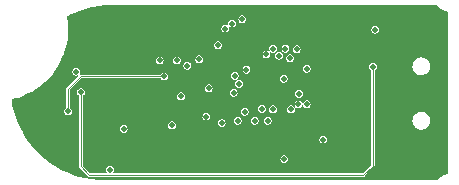
<source format=gbr>
%TF.GenerationSoftware,KiCad,Pcbnew,(6.0.8)*%
%TF.CreationDate,2022-10-18T11:45:21-07:00*%
%TF.ProjectId,ovrdrive,6f767264-7269-4766-952e-6b696361645f,rev?*%
%TF.SameCoordinates,Original*%
%TF.FileFunction,Copper,L3,Inr*%
%TF.FilePolarity,Positive*%
%FSLAX46Y46*%
G04 Gerber Fmt 4.6, Leading zero omitted, Abs format (unit mm)*
G04 Created by KiCad (PCBNEW (6.0.8)) date 2022-10-18 11:45:21*
%MOMM*%
%LPD*%
G01*
G04 APERTURE LIST*
%TA.AperFunction,ComponentPad*%
%ADD10O,3.500000X1.900000*%
%TD*%
%TA.AperFunction,ViaPad*%
%ADD11C,0.460000*%
%TD*%
%TA.AperFunction,Conductor*%
%ADD12C,0.100000*%
%TD*%
G04 APERTURE END LIST*
D10*
%TO.N,GND*%
%TO.C,J1*%
X142100000Y-98500000D03*
X142100000Y-109900000D03*
%TD*%
D11*
%TO.N,GND*%
X126950000Y-97150000D03*
X110050000Y-106100000D03*
X139750000Y-110950000D03*
X136500000Y-108600000D03*
X135500000Y-97050000D03*
X132350000Y-101200000D03*
X132150000Y-103600000D03*
X122550000Y-105950000D03*
X118700000Y-99150000D03*
X114050000Y-109700000D03*
X114400000Y-106600000D03*
%TO.N,+1V8*%
X131750000Y-104220000D03*
X127300000Y-102200000D03*
X128600000Y-105500000D03*
X131000000Y-101200000D03*
%TO.N,Net-(JP1-Pad2)*%
X130500000Y-109750000D03*
%TO.N,/INHIBIT*%
X112200000Y-105700000D03*
X120350000Y-102750000D03*
%TO.N,/RB1*%
X131550000Y-100450000D03*
%TO.N,/RB0*%
X130050000Y-101010000D03*
%TO.N,/~{CE1}*%
X130450000Y-102950000D03*
%TO.N,/DQS*%
X129550000Y-105540500D03*
%TO.N,/~{CE3}*%
X131050000Y-105540500D03*
%TO.N,/~{CE2}*%
X131700000Y-105100000D03*
%TO.N,/~{RE}*%
X129550000Y-100400000D03*
%TO.N,/~{CE}*%
X119950000Y-101400000D03*
X128991864Y-100879856D03*
%TO.N,/~{WP}*%
X123900000Y-106150000D03*
%TO.N,/~{WE}*%
X125200000Y-106700000D03*
%TO.N,/ALE*%
X126550000Y-106500000D03*
%TO.N,/CLE*%
X127150000Y-105740500D03*
%TO.N,Net-(U2-Pad9)*%
X122300000Y-101850000D03*
%TO.N,+3.3V*%
X128000000Y-106500000D03*
X121400000Y-101400000D03*
X130600000Y-100400000D03*
X126300000Y-102700000D03*
X132400000Y-102100000D03*
X129100000Y-106500000D03*
X123300000Y-101304500D03*
X132400000Y-105100000D03*
%TO.N,GND*%
X132500000Y-109000000D03*
X131000000Y-110600000D03*
%TO.N,+5V*%
X116895500Y-107200000D03*
X115750000Y-110650000D03*
X138200000Y-98800000D03*
X121000000Y-106900000D03*
X133800000Y-108095500D03*
%TO.N,/Distruct_PWM*%
X113279500Y-104100000D03*
X138000000Y-101950000D03*
%TO.N,/KILL*%
X112900000Y-102350000D03*
%TO.N,/FD7*%
X126950000Y-97900000D03*
%TO.N,/FD6*%
X126072701Y-98279500D03*
%TO.N,/FD5*%
X125500000Y-98700000D03*
%TO.N,/FD4*%
X124900000Y-100100000D03*
%TO.N,/FD3*%
X126677375Y-103384648D03*
%TO.N,/FD2*%
X124104500Y-103764148D03*
%TO.N,/FD1*%
X121770207Y-104429793D03*
%TO.N,/FD0*%
X126204500Y-104150000D03*
%TD*%
D12*
%TO.N,/INHIBIT*%
X112200000Y-103800000D02*
X112200000Y-105700000D01*
X113250000Y-102750000D02*
X112200000Y-103800000D01*
X120350000Y-102750000D02*
X113250000Y-102750000D01*
%TO.N,/Distruct_PWM*%
X114000000Y-111100000D02*
X124650000Y-111100000D01*
X113279500Y-110379500D02*
X114000000Y-111100000D01*
X137200000Y-111100000D02*
X138000000Y-110300000D01*
X124650000Y-111100000D02*
X137200000Y-111100000D01*
X113279500Y-104100000D02*
X113279500Y-110379500D01*
X138000000Y-110300000D02*
X138000000Y-101950000D01*
%TD*%
%TA.AperFunction,Conductor*%
%TO.N,GND*%
G36*
X143451717Y-96738710D02*
G01*
X143572711Y-96860679D01*
X143760559Y-97005601D01*
X143761960Y-97006412D01*
X143949016Y-97114710D01*
X143965882Y-97124475D01*
X143967364Y-97125088D01*
X143967369Y-97125091D01*
X144183599Y-97214607D01*
X144183606Y-97214609D01*
X144185093Y-97215225D01*
X144186656Y-97215641D01*
X144297569Y-97245170D01*
X144327359Y-97267953D01*
X144333963Y-97292521D01*
X144333963Y-110954924D01*
X144319611Y-110989572D01*
X144297569Y-111002275D01*
X144267317Y-111010329D01*
X144185095Y-111032219D01*
X144183599Y-111032838D01*
X144183597Y-111032839D01*
X144078107Y-111076508D01*
X143965885Y-111122964D01*
X143760562Y-111241833D01*
X143572713Y-111386749D01*
X143571578Y-111387893D01*
X143571577Y-111387894D01*
X143451702Y-111508729D01*
X143416916Y-111523219D01*
X115307538Y-111523219D01*
X115292762Y-111520938D01*
X115291029Y-111520390D01*
X115291028Y-111520390D01*
X115283630Y-111518050D01*
X115276269Y-111520506D01*
X115274694Y-111520518D01*
X115260652Y-111522605D01*
X114738980Y-111508640D01*
X114735610Y-111508433D01*
X114194885Y-111456380D01*
X114191525Y-111455938D01*
X113655715Y-111366619D01*
X113652416Y-111365952D01*
X113124047Y-111239791D01*
X113120806Y-111238898D01*
X112602428Y-111076503D01*
X112599255Y-111075388D01*
X112093359Y-110877539D01*
X112090249Y-110876197D01*
X112075052Y-110869005D01*
X111599251Y-110643841D01*
X111596240Y-110642287D01*
X111122470Y-110376527D01*
X111119590Y-110374776D01*
X110665343Y-110076897D01*
X110662605Y-110074964D01*
X110230021Y-109746368D01*
X110227407Y-109744236D01*
X109818611Y-109386540D01*
X109816138Y-109384221D01*
X109789978Y-109357922D01*
X109433047Y-108999103D01*
X109430741Y-108996618D01*
X109075206Y-108585939D01*
X109073077Y-108583300D01*
X108746800Y-108149031D01*
X108744858Y-108146252D01*
X108449376Y-107690433D01*
X108447632Y-107687526D01*
X108338549Y-107490636D01*
X108184388Y-107212383D01*
X108182853Y-107209371D01*
X108182632Y-107208896D01*
X107953093Y-106717156D01*
X107951766Y-106714036D01*
X107756594Y-106207114D01*
X107755486Y-106203910D01*
X107600539Y-105700000D01*
X111864402Y-105700000D01*
X111884641Y-105814781D01*
X111886784Y-105818492D01*
X111886784Y-105818493D01*
X111894930Y-105832602D01*
X111942917Y-105915718D01*
X112032201Y-105990636D01*
X112036227Y-105992101D01*
X112036228Y-105992102D01*
X112097897Y-106014548D01*
X112141724Y-106030500D01*
X112258276Y-106030500D01*
X112302103Y-106014548D01*
X112363772Y-105992102D01*
X112363773Y-105992101D01*
X112367799Y-105990636D01*
X112457083Y-105915718D01*
X112505070Y-105832602D01*
X112513216Y-105818493D01*
X112513216Y-105818492D01*
X112515359Y-105814781D01*
X112535598Y-105700000D01*
X112515359Y-105585219D01*
X112457083Y-105484282D01*
X112368003Y-105409535D01*
X112350686Y-105376270D01*
X112350500Y-105371999D01*
X112350500Y-104100000D01*
X112943902Y-104100000D01*
X112964141Y-104214781D01*
X113022417Y-104315718D01*
X113077579Y-104362004D01*
X113111497Y-104390465D01*
X113128814Y-104423730D01*
X113129000Y-104428001D01*
X113129000Y-110419827D01*
X113132226Y-110425414D01*
X113136031Y-110432005D01*
X113140926Y-110443822D01*
X113144565Y-110457404D01*
X113201595Y-110514435D01*
X113201597Y-110514436D01*
X113922096Y-111234935D01*
X113928328Y-111236605D01*
X113935677Y-111238574D01*
X113947495Y-111243469D01*
X113954086Y-111247275D01*
X113954088Y-111247276D01*
X113959673Y-111250500D01*
X114040264Y-111250501D01*
X114040326Y-111250501D01*
X114040328Y-111250500D01*
X137240327Y-111250500D01*
X137252505Y-111243469D01*
X137264323Y-111238574D01*
X137277904Y-111234935D01*
X137334935Y-111177905D01*
X137334936Y-111177903D01*
X138134935Y-110377904D01*
X138138574Y-110364322D01*
X138143469Y-110352505D01*
X138147275Y-110345914D01*
X138147276Y-110345912D01*
X138150500Y-110340327D01*
X138150501Y-110259674D01*
X138150500Y-110259672D01*
X138150500Y-106540862D01*
X141345497Y-106540862D01*
X141375134Y-106713340D01*
X141376249Y-106715960D01*
X141376250Y-106715964D01*
X141408647Y-106792102D01*
X141443654Y-106874373D01*
X141547383Y-107015324D01*
X141549551Y-107017166D01*
X141549553Y-107017168D01*
X141634621Y-107089438D01*
X141680755Y-107128632D01*
X141836616Y-107208219D01*
X141839384Y-107208896D01*
X141839383Y-107208896D01*
X142004487Y-107249297D01*
X142004493Y-107249298D01*
X142006606Y-107249815D01*
X142017648Y-107250500D01*
X142143822Y-107250500D01*
X142273828Y-107235343D01*
X142438331Y-107175631D01*
X142440708Y-107174072D01*
X142440711Y-107174071D01*
X142491613Y-107140698D01*
X142584685Y-107079677D01*
X142669035Y-106990636D01*
X142703082Y-106954695D01*
X142705040Y-106952628D01*
X142726479Y-106915718D01*
X142791508Y-106803763D01*
X142791510Y-106803758D01*
X142792939Y-106801298D01*
X142819579Y-106713340D01*
X142842842Y-106636532D01*
X142842842Y-106636529D01*
X142843667Y-106633807D01*
X142854503Y-106459138D01*
X142824866Y-106286660D01*
X142823751Y-106284040D01*
X142823750Y-106284036D01*
X142757462Y-106128250D01*
X142756346Y-106125627D01*
X142652617Y-105984676D01*
X142650449Y-105982834D01*
X142650447Y-105982832D01*
X142521412Y-105873209D01*
X142519245Y-105871368D01*
X142515652Y-105869533D01*
X142479478Y-105851062D01*
X142363384Y-105791781D01*
X142339317Y-105785892D01*
X142195513Y-105750703D01*
X142195507Y-105750702D01*
X142193394Y-105750185D01*
X142182352Y-105749500D01*
X142056178Y-105749500D01*
X141926172Y-105764657D01*
X141761669Y-105824369D01*
X141759292Y-105825928D01*
X141759289Y-105825929D01*
X141720955Y-105851062D01*
X141615315Y-105920323D01*
X141598573Y-105937996D01*
X141510341Y-106031136D01*
X141494960Y-106047372D01*
X141493530Y-106049834D01*
X141408492Y-106196237D01*
X141408490Y-106196242D01*
X141407061Y-106198702D01*
X141406235Y-106201431D01*
X141406234Y-106201432D01*
X141357602Y-106362004D01*
X141356333Y-106366193D01*
X141345497Y-106540862D01*
X138150500Y-106540862D01*
X138150500Y-102278001D01*
X138164852Y-102243353D01*
X138168003Y-102240465D01*
X138211199Y-102204219D01*
X138257083Y-102165718D01*
X138315359Y-102064781D01*
X138335598Y-101950000D01*
X138333987Y-101940862D01*
X141345497Y-101940862D01*
X141375134Y-102113340D01*
X141376249Y-102115960D01*
X141376250Y-102115964D01*
X141403711Y-102180500D01*
X141443654Y-102274373D01*
X141547383Y-102415324D01*
X141549551Y-102417166D01*
X141549553Y-102417168D01*
X141628552Y-102484282D01*
X141680755Y-102528632D01*
X141683284Y-102529924D01*
X141683285Y-102529924D01*
X141687192Y-102531919D01*
X141836616Y-102608219D01*
X141860683Y-102614108D01*
X142004487Y-102649297D01*
X142004493Y-102649298D01*
X142006606Y-102649815D01*
X142017648Y-102650500D01*
X142143822Y-102650500D01*
X142273828Y-102635343D01*
X142438331Y-102575631D01*
X142440708Y-102574072D01*
X142440711Y-102574071D01*
X142507301Y-102530412D01*
X142584685Y-102479677D01*
X142705040Y-102352628D01*
X142748387Y-102278001D01*
X142791508Y-102203763D01*
X142791510Y-102203758D01*
X142792939Y-102201298D01*
X142799238Y-102180500D01*
X142842842Y-102036532D01*
X142842842Y-102036529D01*
X142843667Y-102033807D01*
X142854503Y-101859138D01*
X142824866Y-101686660D01*
X142823751Y-101684040D01*
X142823750Y-101684036D01*
X142757462Y-101528250D01*
X142756346Y-101525627D01*
X142652617Y-101384676D01*
X142650449Y-101382834D01*
X142650447Y-101382832D01*
X142521412Y-101273209D01*
X142519245Y-101271368D01*
X142363384Y-101191781D01*
X142282374Y-101171958D01*
X142195513Y-101150703D01*
X142195507Y-101150702D01*
X142193394Y-101150185D01*
X142182352Y-101149500D01*
X142056178Y-101149500D01*
X141926172Y-101164657D01*
X141761669Y-101224369D01*
X141759292Y-101225928D01*
X141759289Y-101225929D01*
X141708387Y-101259302D01*
X141615315Y-101320323D01*
X141613357Y-101322390D01*
X141518055Y-101422993D01*
X141494960Y-101447372D01*
X141493530Y-101449834D01*
X141408492Y-101596237D01*
X141408490Y-101596242D01*
X141407061Y-101598702D01*
X141406235Y-101601431D01*
X141406234Y-101601432D01*
X141363591Y-101742230D01*
X141356333Y-101766193D01*
X141345497Y-101940862D01*
X138333987Y-101940862D01*
X138315359Y-101835219D01*
X138257083Y-101734282D01*
X138167799Y-101659364D01*
X138163773Y-101657899D01*
X138163772Y-101657898D01*
X138062306Y-101620967D01*
X138062307Y-101620967D01*
X138058276Y-101619500D01*
X137941724Y-101619500D01*
X137937693Y-101620967D01*
X137937694Y-101620967D01*
X137836228Y-101657898D01*
X137836227Y-101657899D01*
X137832201Y-101659364D01*
X137742917Y-101734282D01*
X137684641Y-101835219D01*
X137664402Y-101950000D01*
X137684641Y-102064781D01*
X137742917Y-102165718D01*
X137788801Y-102204219D01*
X137831997Y-102240465D01*
X137849314Y-102273730D01*
X137849500Y-102278001D01*
X137849500Y-110217365D01*
X137835148Y-110252013D01*
X137152013Y-110935148D01*
X137117365Y-110949500D01*
X116040891Y-110949500D01*
X116006243Y-110935148D01*
X115991891Y-110900500D01*
X116003354Y-110869005D01*
X116003802Y-110868471D01*
X116007083Y-110865718D01*
X116065359Y-110764781D01*
X116085598Y-110650000D01*
X116065359Y-110535219D01*
X116007083Y-110434282D01*
X115917799Y-110359364D01*
X115913773Y-110357899D01*
X115913772Y-110357898D01*
X115812306Y-110320967D01*
X115812307Y-110320967D01*
X115808276Y-110319500D01*
X115691724Y-110319500D01*
X115687693Y-110320967D01*
X115687694Y-110320967D01*
X115586228Y-110357898D01*
X115586227Y-110357899D01*
X115582201Y-110359364D01*
X115492917Y-110434282D01*
X115434641Y-110535219D01*
X115414402Y-110650000D01*
X115434641Y-110764781D01*
X115492917Y-110865718D01*
X115496198Y-110868471D01*
X115496646Y-110869005D01*
X115507922Y-110904772D01*
X115490604Y-110938037D01*
X115459109Y-110949500D01*
X114082635Y-110949500D01*
X114047987Y-110935148D01*
X113444352Y-110331513D01*
X113430000Y-110296865D01*
X113430000Y-109750000D01*
X130164402Y-109750000D01*
X130184641Y-109864781D01*
X130242917Y-109965718D01*
X130332201Y-110040636D01*
X130336227Y-110042101D01*
X130336228Y-110042102D01*
X130392435Y-110062560D01*
X130441724Y-110080500D01*
X130558276Y-110080500D01*
X130607565Y-110062560D01*
X130663772Y-110042102D01*
X130663773Y-110042101D01*
X130667799Y-110040636D01*
X130757083Y-109965718D01*
X130815359Y-109864781D01*
X130835598Y-109750000D01*
X130815359Y-109635219D01*
X130757083Y-109534282D01*
X130667799Y-109459364D01*
X130663773Y-109457899D01*
X130663772Y-109457898D01*
X130562306Y-109420967D01*
X130562307Y-109420967D01*
X130558276Y-109419500D01*
X130441724Y-109419500D01*
X130437693Y-109420967D01*
X130437694Y-109420967D01*
X130336228Y-109457898D01*
X130336227Y-109457899D01*
X130332201Y-109459364D01*
X130242917Y-109534282D01*
X130184641Y-109635219D01*
X130164402Y-109750000D01*
X113430000Y-109750000D01*
X113430000Y-108095500D01*
X133464402Y-108095500D01*
X133484641Y-108210281D01*
X133542917Y-108311218D01*
X133632201Y-108386136D01*
X133636227Y-108387601D01*
X133636228Y-108387602D01*
X133697897Y-108410048D01*
X133741724Y-108426000D01*
X133858276Y-108426000D01*
X133902103Y-108410048D01*
X133963772Y-108387602D01*
X133963773Y-108387601D01*
X133967799Y-108386136D01*
X134057083Y-108311218D01*
X134115359Y-108210281D01*
X134135598Y-108095500D01*
X134115359Y-107980719D01*
X134057083Y-107879782D01*
X133967799Y-107804864D01*
X133963773Y-107803399D01*
X133963772Y-107803398D01*
X133862306Y-107766467D01*
X133862307Y-107766467D01*
X133858276Y-107765000D01*
X133741724Y-107765000D01*
X133737693Y-107766467D01*
X133737694Y-107766467D01*
X133636228Y-107803398D01*
X133636227Y-107803399D01*
X133632201Y-107804864D01*
X133542917Y-107879782D01*
X133484641Y-107980719D01*
X133464402Y-108095500D01*
X113430000Y-108095500D01*
X113430000Y-107200000D01*
X116559902Y-107200000D01*
X116580141Y-107314781D01*
X116638417Y-107415718D01*
X116727701Y-107490636D01*
X116731727Y-107492101D01*
X116731728Y-107492102D01*
X116793397Y-107514548D01*
X116837224Y-107530500D01*
X116953776Y-107530500D01*
X116997603Y-107514548D01*
X117059272Y-107492102D01*
X117059273Y-107492101D01*
X117063299Y-107490636D01*
X117152583Y-107415718D01*
X117210859Y-107314781D01*
X117231098Y-107200000D01*
X117210859Y-107085219D01*
X117152583Y-106984282D01*
X117063299Y-106909364D01*
X117059273Y-106907899D01*
X117059272Y-106907898D01*
X117037573Y-106900000D01*
X120664402Y-106900000D01*
X120684641Y-107014781D01*
X120742917Y-107115718D01*
X120832201Y-107190636D01*
X120836227Y-107192101D01*
X120836228Y-107192102D01*
X120869519Y-107204219D01*
X120941724Y-107230500D01*
X121058276Y-107230500D01*
X121130481Y-107204219D01*
X121163772Y-107192102D01*
X121163773Y-107192101D01*
X121167799Y-107190636D01*
X121257083Y-107115718D01*
X121315359Y-107014781D01*
X121335598Y-106900000D01*
X121315359Y-106785219D01*
X121266158Y-106700000D01*
X124864402Y-106700000D01*
X124884641Y-106814781D01*
X124942917Y-106915718D01*
X125032201Y-106990636D01*
X125036227Y-106992101D01*
X125036228Y-106992102D01*
X125086946Y-107010562D01*
X125141724Y-107030500D01*
X125258276Y-107030500D01*
X125313054Y-107010562D01*
X125363772Y-106992102D01*
X125363773Y-106992101D01*
X125367799Y-106990636D01*
X125457083Y-106915718D01*
X125515359Y-106814781D01*
X125535598Y-106700000D01*
X125515359Y-106585219D01*
X125466158Y-106500000D01*
X126214402Y-106500000D01*
X126234641Y-106614781D01*
X126292917Y-106715718D01*
X126382201Y-106790636D01*
X126386227Y-106792101D01*
X126386228Y-106792102D01*
X126411494Y-106801298D01*
X126491724Y-106830500D01*
X126608276Y-106830500D01*
X126688506Y-106801298D01*
X126713772Y-106792102D01*
X126713773Y-106792101D01*
X126717799Y-106790636D01*
X126807083Y-106715718D01*
X126865359Y-106614781D01*
X126885598Y-106500000D01*
X127664402Y-106500000D01*
X127684641Y-106614781D01*
X127742917Y-106715718D01*
X127832201Y-106790636D01*
X127836227Y-106792101D01*
X127836228Y-106792102D01*
X127861494Y-106801298D01*
X127941724Y-106830500D01*
X128058276Y-106830500D01*
X128138506Y-106801298D01*
X128163772Y-106792102D01*
X128163773Y-106792101D01*
X128167799Y-106790636D01*
X128257083Y-106715718D01*
X128315359Y-106614781D01*
X128335598Y-106500000D01*
X128764402Y-106500000D01*
X128784641Y-106614781D01*
X128842917Y-106715718D01*
X128932201Y-106790636D01*
X128936227Y-106792101D01*
X128936228Y-106792102D01*
X128961494Y-106801298D01*
X129041724Y-106830500D01*
X129158276Y-106830500D01*
X129238506Y-106801298D01*
X129263772Y-106792102D01*
X129263773Y-106792101D01*
X129267799Y-106790636D01*
X129357083Y-106715718D01*
X129415359Y-106614781D01*
X129435598Y-106500000D01*
X129415359Y-106385219D01*
X129357083Y-106284282D01*
X129267799Y-106209364D01*
X129263773Y-106207899D01*
X129263772Y-106207898D01*
X129162306Y-106170967D01*
X129162307Y-106170967D01*
X129158276Y-106169500D01*
X129041724Y-106169500D01*
X129037693Y-106170967D01*
X129037694Y-106170967D01*
X128936228Y-106207898D01*
X128936227Y-106207899D01*
X128932201Y-106209364D01*
X128842917Y-106284282D01*
X128784641Y-106385219D01*
X128764402Y-106500000D01*
X128335598Y-106500000D01*
X128315359Y-106385219D01*
X128257083Y-106284282D01*
X128167799Y-106209364D01*
X128163773Y-106207899D01*
X128163772Y-106207898D01*
X128062306Y-106170967D01*
X128062307Y-106170967D01*
X128058276Y-106169500D01*
X127941724Y-106169500D01*
X127937693Y-106170967D01*
X127937694Y-106170967D01*
X127836228Y-106207898D01*
X127836227Y-106207899D01*
X127832201Y-106209364D01*
X127742917Y-106284282D01*
X127684641Y-106385219D01*
X127664402Y-106500000D01*
X126885598Y-106500000D01*
X126865359Y-106385219D01*
X126807083Y-106284282D01*
X126717799Y-106209364D01*
X126713773Y-106207899D01*
X126713772Y-106207898D01*
X126612306Y-106170967D01*
X126612307Y-106170967D01*
X126608276Y-106169500D01*
X126491724Y-106169500D01*
X126487693Y-106170967D01*
X126487694Y-106170967D01*
X126386228Y-106207898D01*
X126386227Y-106207899D01*
X126382201Y-106209364D01*
X126292917Y-106284282D01*
X126234641Y-106385219D01*
X126214402Y-106500000D01*
X125466158Y-106500000D01*
X125457083Y-106484282D01*
X125367799Y-106409364D01*
X125363773Y-106407899D01*
X125363772Y-106407898D01*
X125262306Y-106370967D01*
X125262307Y-106370967D01*
X125258276Y-106369500D01*
X125141724Y-106369500D01*
X125137693Y-106370967D01*
X125137694Y-106370967D01*
X125036228Y-106407898D01*
X125036227Y-106407899D01*
X125032201Y-106409364D01*
X124942917Y-106484282D01*
X124884641Y-106585219D01*
X124864402Y-106700000D01*
X121266158Y-106700000D01*
X121257083Y-106684282D01*
X121167799Y-106609364D01*
X121163773Y-106607899D01*
X121163772Y-106607898D01*
X121062306Y-106570967D01*
X121062307Y-106570967D01*
X121058276Y-106569500D01*
X120941724Y-106569500D01*
X120937693Y-106570967D01*
X120937694Y-106570967D01*
X120836228Y-106607898D01*
X120836227Y-106607899D01*
X120832201Y-106609364D01*
X120742917Y-106684282D01*
X120684641Y-106785219D01*
X120664402Y-106900000D01*
X117037573Y-106900000D01*
X116967164Y-106874373D01*
X116953776Y-106869500D01*
X116837224Y-106869500D01*
X116823836Y-106874373D01*
X116731728Y-106907898D01*
X116731727Y-106907899D01*
X116727701Y-106909364D01*
X116638417Y-106984282D01*
X116580141Y-107085219D01*
X116559902Y-107200000D01*
X113430000Y-107200000D01*
X113430000Y-106150000D01*
X123564402Y-106150000D01*
X123584641Y-106264781D01*
X123642917Y-106365718D01*
X123732201Y-106440636D01*
X123736227Y-106442101D01*
X123736228Y-106442102D01*
X123775327Y-106456333D01*
X123841724Y-106480500D01*
X123958276Y-106480500D01*
X124024673Y-106456333D01*
X124063772Y-106442102D01*
X124063773Y-106442101D01*
X124067799Y-106440636D01*
X124157083Y-106365718D01*
X124215359Y-106264781D01*
X124235598Y-106150000D01*
X124221668Y-106071000D01*
X124216103Y-106039438D01*
X124215359Y-106035219D01*
X124212635Y-106030500D01*
X124159227Y-105937996D01*
X124157083Y-105934282D01*
X124067799Y-105859364D01*
X124063773Y-105857899D01*
X124063772Y-105857898D01*
X123990245Y-105831136D01*
X123958276Y-105819500D01*
X123841724Y-105819500D01*
X123809755Y-105831136D01*
X123736228Y-105857898D01*
X123736227Y-105857899D01*
X123732201Y-105859364D01*
X123642917Y-105934282D01*
X123640773Y-105937996D01*
X123587366Y-106030500D01*
X123584641Y-106035219D01*
X123583897Y-106039438D01*
X123578332Y-106071000D01*
X123564402Y-106150000D01*
X113430000Y-106150000D01*
X113430000Y-105740500D01*
X126814402Y-105740500D01*
X126818603Y-105764327D01*
X126828591Y-105820967D01*
X126834641Y-105855281D01*
X126892917Y-105956218D01*
X126982201Y-106031136D01*
X126986227Y-106032601D01*
X126986228Y-106032602D01*
X127005010Y-106039438D01*
X127091724Y-106071000D01*
X127208276Y-106071000D01*
X127294990Y-106039438D01*
X127313772Y-106032602D01*
X127313773Y-106032601D01*
X127317799Y-106031136D01*
X127407083Y-105956218D01*
X127465359Y-105855281D01*
X127471410Y-105820967D01*
X127481397Y-105764327D01*
X127485598Y-105740500D01*
X127465359Y-105625719D01*
X127407083Y-105524782D01*
X127377549Y-105500000D01*
X128264402Y-105500000D01*
X128284641Y-105614781D01*
X128342917Y-105715718D01*
X128432201Y-105790636D01*
X128436227Y-105792101D01*
X128436228Y-105792102D01*
X128438907Y-105793077D01*
X128541724Y-105830500D01*
X128658276Y-105830500D01*
X128761093Y-105793077D01*
X128763772Y-105792102D01*
X128763773Y-105792101D01*
X128767799Y-105790636D01*
X128857083Y-105715718D01*
X128915359Y-105614781D01*
X128928457Y-105540500D01*
X129214402Y-105540500D01*
X129234641Y-105655281D01*
X129292917Y-105756218D01*
X129382201Y-105831136D01*
X129386227Y-105832601D01*
X129386228Y-105832602D01*
X129436946Y-105851062D01*
X129491724Y-105871000D01*
X129608276Y-105871000D01*
X129663054Y-105851062D01*
X129713772Y-105832602D01*
X129713773Y-105832601D01*
X129717799Y-105831136D01*
X129807083Y-105756218D01*
X129865359Y-105655281D01*
X129885598Y-105540500D01*
X130714402Y-105540500D01*
X130734641Y-105655281D01*
X130792917Y-105756218D01*
X130882201Y-105831136D01*
X130886227Y-105832601D01*
X130886228Y-105832602D01*
X130936946Y-105851062D01*
X130991724Y-105871000D01*
X131108276Y-105871000D01*
X131163054Y-105851062D01*
X131213772Y-105832602D01*
X131213773Y-105832601D01*
X131217799Y-105831136D01*
X131307083Y-105756218D01*
X131365359Y-105655281D01*
X131385598Y-105540500D01*
X131365359Y-105425719D01*
X131355917Y-105409364D01*
X131309227Y-105328496D01*
X131307083Y-105324782D01*
X131217799Y-105249864D01*
X131213773Y-105248399D01*
X131213772Y-105248398D01*
X131121411Y-105214781D01*
X131108276Y-105210000D01*
X130991724Y-105210000D01*
X130978589Y-105214781D01*
X130886228Y-105248398D01*
X130886227Y-105248399D01*
X130882201Y-105249864D01*
X130792917Y-105324782D01*
X130790773Y-105328496D01*
X130744084Y-105409364D01*
X130734641Y-105425719D01*
X130714402Y-105540500D01*
X129885598Y-105540500D01*
X129865359Y-105425719D01*
X129855917Y-105409364D01*
X129809227Y-105328496D01*
X129807083Y-105324782D01*
X129717799Y-105249864D01*
X129713773Y-105248399D01*
X129713772Y-105248398D01*
X129621411Y-105214781D01*
X129608276Y-105210000D01*
X129491724Y-105210000D01*
X129478589Y-105214781D01*
X129386228Y-105248398D01*
X129386227Y-105248399D01*
X129382201Y-105249864D01*
X129292917Y-105324782D01*
X129290773Y-105328496D01*
X129244084Y-105409364D01*
X129234641Y-105425719D01*
X129214402Y-105540500D01*
X128928457Y-105540500D01*
X128935598Y-105500000D01*
X128915359Y-105385219D01*
X128907727Y-105371999D01*
X128880466Y-105324782D01*
X128857083Y-105284282D01*
X128767799Y-105209364D01*
X128763773Y-105207899D01*
X128763772Y-105207898D01*
X128662306Y-105170967D01*
X128662307Y-105170967D01*
X128658276Y-105169500D01*
X128541724Y-105169500D01*
X128537693Y-105170967D01*
X128537694Y-105170967D01*
X128436228Y-105207898D01*
X128436227Y-105207899D01*
X128432201Y-105209364D01*
X128342917Y-105284282D01*
X128319534Y-105324782D01*
X128292274Y-105371999D01*
X128284641Y-105385219D01*
X128264402Y-105500000D01*
X127377549Y-105500000D01*
X127317799Y-105449864D01*
X127313773Y-105448399D01*
X127313772Y-105448398D01*
X127212306Y-105411467D01*
X127212307Y-105411467D01*
X127208276Y-105410000D01*
X127091724Y-105410000D01*
X127087693Y-105411467D01*
X127087694Y-105411467D01*
X126986228Y-105448398D01*
X126986227Y-105448399D01*
X126982201Y-105449864D01*
X126892917Y-105524782D01*
X126834641Y-105625719D01*
X126814402Y-105740500D01*
X113430000Y-105740500D01*
X113430000Y-105100000D01*
X131364402Y-105100000D01*
X131384641Y-105214781D01*
X131442917Y-105315718D01*
X131532201Y-105390636D01*
X131536227Y-105392101D01*
X131536228Y-105392102D01*
X131584124Y-105409535D01*
X131641724Y-105430500D01*
X131758276Y-105430500D01*
X131815876Y-105409535D01*
X131863772Y-105392102D01*
X131863773Y-105392101D01*
X131867799Y-105390636D01*
X131957083Y-105315718D01*
X132007565Y-105228281D01*
X132037318Y-105205451D01*
X132074500Y-105210346D01*
X132092435Y-105228281D01*
X132142917Y-105315718D01*
X132232201Y-105390636D01*
X132236227Y-105392101D01*
X132236228Y-105392102D01*
X132284124Y-105409535D01*
X132341724Y-105430500D01*
X132458276Y-105430500D01*
X132515876Y-105409535D01*
X132563772Y-105392102D01*
X132563773Y-105392101D01*
X132567799Y-105390636D01*
X132657083Y-105315718D01*
X132715359Y-105214781D01*
X132735598Y-105100000D01*
X132715359Y-104985219D01*
X132657083Y-104884282D01*
X132567799Y-104809364D01*
X132563773Y-104807899D01*
X132563772Y-104807898D01*
X132462306Y-104770967D01*
X132462307Y-104770967D01*
X132458276Y-104769500D01*
X132341724Y-104769500D01*
X132337693Y-104770967D01*
X132337694Y-104770967D01*
X132236228Y-104807898D01*
X132236227Y-104807899D01*
X132232201Y-104809364D01*
X132142917Y-104884282D01*
X132140773Y-104887996D01*
X132092435Y-104971719D01*
X132062682Y-104994549D01*
X132025500Y-104989654D01*
X132007565Y-104971719D01*
X131959227Y-104887996D01*
X131957083Y-104884282D01*
X131867799Y-104809364D01*
X131863773Y-104807899D01*
X131863772Y-104807898D01*
X131762306Y-104770967D01*
X131762307Y-104770967D01*
X131758276Y-104769500D01*
X131641724Y-104769500D01*
X131637693Y-104770967D01*
X131637694Y-104770967D01*
X131536228Y-104807898D01*
X131536227Y-104807899D01*
X131532201Y-104809364D01*
X131442917Y-104884282D01*
X131384641Y-104985219D01*
X131364402Y-105100000D01*
X113430000Y-105100000D01*
X113430000Y-104429793D01*
X121434609Y-104429793D01*
X121454848Y-104544574D01*
X121513124Y-104645511D01*
X121602408Y-104720429D01*
X121606434Y-104721894D01*
X121606435Y-104721895D01*
X121668104Y-104744341D01*
X121711931Y-104760293D01*
X121828483Y-104760293D01*
X121872310Y-104744341D01*
X121933979Y-104721895D01*
X121933980Y-104721894D01*
X121938006Y-104720429D01*
X122027290Y-104645511D01*
X122085566Y-104544574D01*
X122105805Y-104429793D01*
X122085566Y-104315012D01*
X122027290Y-104214075D01*
X121950928Y-104150000D01*
X125868902Y-104150000D01*
X125889141Y-104264781D01*
X125947417Y-104365718D01*
X126036701Y-104440636D01*
X126040727Y-104442101D01*
X126040728Y-104442102D01*
X126102397Y-104464548D01*
X126146224Y-104480500D01*
X126262776Y-104480500D01*
X126306603Y-104464548D01*
X126368272Y-104442102D01*
X126368273Y-104442101D01*
X126372299Y-104440636D01*
X126461583Y-104365718D01*
X126519859Y-104264781D01*
X126527755Y-104220000D01*
X131414402Y-104220000D01*
X131434641Y-104334781D01*
X131492917Y-104435718D01*
X131582201Y-104510636D01*
X131586227Y-104512101D01*
X131586228Y-104512102D01*
X131608378Y-104520164D01*
X131691724Y-104550500D01*
X131808276Y-104550500D01*
X131891622Y-104520164D01*
X131913772Y-104512102D01*
X131913773Y-104512101D01*
X131917799Y-104510636D01*
X132007083Y-104435718D01*
X132065359Y-104334781D01*
X132085598Y-104220000D01*
X132065359Y-104105219D01*
X132007083Y-104004282D01*
X131917799Y-103929364D01*
X131913773Y-103927899D01*
X131913772Y-103927898D01*
X131812306Y-103890967D01*
X131812307Y-103890967D01*
X131808276Y-103889500D01*
X131691724Y-103889500D01*
X131687693Y-103890967D01*
X131687694Y-103890967D01*
X131586228Y-103927898D01*
X131586227Y-103927899D01*
X131582201Y-103929364D01*
X131492917Y-104004282D01*
X131434641Y-104105219D01*
X131414402Y-104220000D01*
X126527755Y-104220000D01*
X126540098Y-104150000D01*
X126525341Y-104066307D01*
X126520603Y-104039438D01*
X126519859Y-104035219D01*
X126461583Y-103934282D01*
X126372299Y-103859364D01*
X126368273Y-103857899D01*
X126368272Y-103857898D01*
X126266806Y-103820967D01*
X126266807Y-103820967D01*
X126262776Y-103819500D01*
X126146224Y-103819500D01*
X126142193Y-103820967D01*
X126142194Y-103820967D01*
X126040728Y-103857898D01*
X126040727Y-103857899D01*
X126036701Y-103859364D01*
X125947417Y-103934282D01*
X125889141Y-104035219D01*
X125888397Y-104039438D01*
X125883659Y-104066307D01*
X125868902Y-104150000D01*
X121950928Y-104150000D01*
X121938006Y-104139157D01*
X121933980Y-104137692D01*
X121933979Y-104137691D01*
X121872310Y-104115245D01*
X121828483Y-104099293D01*
X121711931Y-104099293D01*
X121668104Y-104115245D01*
X121606435Y-104137691D01*
X121606434Y-104137692D01*
X121602408Y-104139157D01*
X121513124Y-104214075D01*
X121454848Y-104315012D01*
X121434609Y-104429793D01*
X113430000Y-104429793D01*
X113430000Y-104428001D01*
X113444352Y-104393353D01*
X113447503Y-104390465D01*
X113481421Y-104362004D01*
X113536583Y-104315718D01*
X113594859Y-104214781D01*
X113615098Y-104100000D01*
X113594859Y-103985219D01*
X113591769Y-103979866D01*
X113567595Y-103937996D01*
X113536583Y-103884282D01*
X113447299Y-103809364D01*
X113443273Y-103807899D01*
X113443272Y-103807898D01*
X113341806Y-103770967D01*
X113341807Y-103770967D01*
X113337776Y-103769500D01*
X113221224Y-103769500D01*
X113217193Y-103770967D01*
X113217194Y-103770967D01*
X113115728Y-103807898D01*
X113115727Y-103807899D01*
X113111701Y-103809364D01*
X113022417Y-103884282D01*
X112991405Y-103937996D01*
X112967232Y-103979866D01*
X112964141Y-103985219D01*
X112943902Y-104100000D01*
X112350500Y-104100000D01*
X112350500Y-103882635D01*
X112364852Y-103847987D01*
X112448691Y-103764148D01*
X123768902Y-103764148D01*
X123789141Y-103878929D01*
X123791284Y-103882640D01*
X123791284Y-103882641D01*
X123793600Y-103886653D01*
X123847417Y-103979866D01*
X123936701Y-104054784D01*
X123940727Y-104056249D01*
X123940728Y-104056250D01*
X123968359Y-104066307D01*
X124046224Y-104094648D01*
X124162776Y-104094648D01*
X124240641Y-104066307D01*
X124268272Y-104056250D01*
X124268273Y-104056249D01*
X124272299Y-104054784D01*
X124361583Y-103979866D01*
X124415400Y-103886653D01*
X124417716Y-103882641D01*
X124417716Y-103882640D01*
X124419859Y-103878929D01*
X124440098Y-103764148D01*
X124419859Y-103649367D01*
X124361583Y-103548430D01*
X124272299Y-103473512D01*
X124268273Y-103472047D01*
X124268272Y-103472046D01*
X124166806Y-103435115D01*
X124166807Y-103435115D01*
X124162776Y-103433648D01*
X124046224Y-103433648D01*
X124042193Y-103435115D01*
X124042194Y-103435115D01*
X123940728Y-103472046D01*
X123940727Y-103472047D01*
X123936701Y-103473512D01*
X123847417Y-103548430D01*
X123789141Y-103649367D01*
X123768902Y-103764148D01*
X112448691Y-103764148D01*
X112828191Y-103384648D01*
X126341777Y-103384648D01*
X126362016Y-103499429D01*
X126420292Y-103600366D01*
X126509576Y-103675284D01*
X126513602Y-103676749D01*
X126513603Y-103676750D01*
X126575272Y-103699196D01*
X126619099Y-103715148D01*
X126735651Y-103715148D01*
X126779478Y-103699196D01*
X126841147Y-103676750D01*
X126841148Y-103676749D01*
X126845174Y-103675284D01*
X126934458Y-103600366D01*
X126992734Y-103499429D01*
X127012973Y-103384648D01*
X126992734Y-103269867D01*
X126934458Y-103168930D01*
X126845174Y-103094012D01*
X126841148Y-103092547D01*
X126841147Y-103092546D01*
X126739681Y-103055615D01*
X126739682Y-103055615D01*
X126735651Y-103054148D01*
X126619099Y-103054148D01*
X126615068Y-103055615D01*
X126615069Y-103055615D01*
X126513603Y-103092546D01*
X126513602Y-103092547D01*
X126509576Y-103094012D01*
X126420292Y-103168930D01*
X126362016Y-103269867D01*
X126341777Y-103384648D01*
X112828191Y-103384648D01*
X113297987Y-102914852D01*
X113332635Y-102900500D01*
X120026973Y-102900500D01*
X120061621Y-102914852D01*
X120069408Y-102925000D01*
X120090772Y-102962004D01*
X120090774Y-102962007D01*
X120092917Y-102965718D01*
X120182201Y-103040636D01*
X120186227Y-103042101D01*
X120186228Y-103042102D01*
X120236946Y-103060562D01*
X120291724Y-103080500D01*
X120408276Y-103080500D01*
X120463054Y-103060562D01*
X120513772Y-103042102D01*
X120513773Y-103042101D01*
X120517799Y-103040636D01*
X120607083Y-102965718D01*
X120649430Y-102892371D01*
X120663216Y-102868493D01*
X120663216Y-102868492D01*
X120665359Y-102864781D01*
X120685598Y-102750000D01*
X120676782Y-102700000D01*
X125964402Y-102700000D01*
X125984641Y-102814781D01*
X126042917Y-102915718D01*
X126132201Y-102990636D01*
X126136227Y-102992101D01*
X126136228Y-102992102D01*
X126197897Y-103014548D01*
X126241724Y-103030500D01*
X126358276Y-103030500D01*
X126402103Y-103014548D01*
X126463772Y-102992102D01*
X126463773Y-102992101D01*
X126467799Y-102990636D01*
X126516227Y-102950000D01*
X130114402Y-102950000D01*
X130134641Y-103064781D01*
X130192917Y-103165718D01*
X130282201Y-103240636D01*
X130286227Y-103242101D01*
X130286228Y-103242102D01*
X130347897Y-103264548D01*
X130391724Y-103280500D01*
X130508276Y-103280500D01*
X130552103Y-103264548D01*
X130613772Y-103242102D01*
X130613773Y-103242101D01*
X130617799Y-103240636D01*
X130707083Y-103165718D01*
X130765359Y-103064781D01*
X130785598Y-102950000D01*
X130765359Y-102835219D01*
X130707083Y-102734282D01*
X130617799Y-102659364D01*
X130613773Y-102657899D01*
X130613772Y-102657898D01*
X130512306Y-102620967D01*
X130512307Y-102620967D01*
X130508276Y-102619500D01*
X130391724Y-102619500D01*
X130387693Y-102620967D01*
X130387694Y-102620967D01*
X130286228Y-102657898D01*
X130286227Y-102657899D01*
X130282201Y-102659364D01*
X130192917Y-102734282D01*
X130134641Y-102835219D01*
X130114402Y-102950000D01*
X126516227Y-102950000D01*
X126557083Y-102915718D01*
X126615359Y-102814781D01*
X126635598Y-102700000D01*
X126615359Y-102585219D01*
X126557083Y-102484282D01*
X126467799Y-102409364D01*
X126463773Y-102407899D01*
X126463772Y-102407898D01*
X126362306Y-102370967D01*
X126362307Y-102370967D01*
X126358276Y-102369500D01*
X126241724Y-102369500D01*
X126237693Y-102370967D01*
X126237694Y-102370967D01*
X126136228Y-102407898D01*
X126136227Y-102407899D01*
X126132201Y-102409364D01*
X126042917Y-102484282D01*
X125984641Y-102585219D01*
X125964402Y-102700000D01*
X120676782Y-102700000D01*
X120669358Y-102657898D01*
X120666103Y-102639438D01*
X120665359Y-102635219D01*
X120607083Y-102534282D01*
X120517799Y-102459364D01*
X120513773Y-102457899D01*
X120513772Y-102457898D01*
X120452103Y-102435452D01*
X120408276Y-102419500D01*
X120291724Y-102419500D01*
X120247897Y-102435452D01*
X120186228Y-102457898D01*
X120186227Y-102457899D01*
X120182201Y-102459364D01*
X120092917Y-102534282D01*
X120090774Y-102537993D01*
X120090772Y-102537996D01*
X120069408Y-102575000D01*
X120039655Y-102597830D01*
X120026973Y-102599500D01*
X113222449Y-102599500D01*
X113187801Y-102585148D01*
X113173449Y-102550500D01*
X113180014Y-102526000D01*
X113213216Y-102468493D01*
X113213216Y-102468492D01*
X113215359Y-102464781D01*
X113235598Y-102350000D01*
X113215359Y-102235219D01*
X113195025Y-102200000D01*
X126964402Y-102200000D01*
X126984641Y-102314781D01*
X127042917Y-102415718D01*
X127132201Y-102490636D01*
X127136227Y-102492101D01*
X127136228Y-102492102D01*
X127197897Y-102514548D01*
X127241724Y-102530500D01*
X127358276Y-102530500D01*
X127402103Y-102514548D01*
X127463772Y-102492102D01*
X127463773Y-102492101D01*
X127467799Y-102490636D01*
X127557083Y-102415718D01*
X127615359Y-102314781D01*
X127635598Y-102200000D01*
X127620780Y-102115964D01*
X127617965Y-102100000D01*
X132064402Y-102100000D01*
X132084641Y-102214781D01*
X132142917Y-102315718D01*
X132232201Y-102390636D01*
X132236227Y-102392101D01*
X132236228Y-102392102D01*
X132290908Y-102412004D01*
X132341724Y-102430500D01*
X132458276Y-102430500D01*
X132509092Y-102412004D01*
X132563772Y-102392102D01*
X132563773Y-102392101D01*
X132567799Y-102390636D01*
X132657083Y-102315718D01*
X132715359Y-102214781D01*
X132735598Y-102100000D01*
X132715359Y-101985219D01*
X132657083Y-101884282D01*
X132567799Y-101809364D01*
X132563773Y-101807899D01*
X132563772Y-101807898D01*
X132462306Y-101770967D01*
X132462307Y-101770967D01*
X132458276Y-101769500D01*
X132341724Y-101769500D01*
X132337693Y-101770967D01*
X132337694Y-101770967D01*
X132236228Y-101807898D01*
X132236227Y-101807899D01*
X132232201Y-101809364D01*
X132142917Y-101884282D01*
X132084641Y-101985219D01*
X132064402Y-102100000D01*
X127617965Y-102100000D01*
X127616103Y-102089438D01*
X127615359Y-102085219D01*
X127557083Y-101984282D01*
X127467799Y-101909364D01*
X127463773Y-101907899D01*
X127463772Y-101907898D01*
X127362306Y-101870967D01*
X127362307Y-101870967D01*
X127358276Y-101869500D01*
X127241724Y-101869500D01*
X127237693Y-101870967D01*
X127237694Y-101870967D01*
X127136228Y-101907898D01*
X127136227Y-101907899D01*
X127132201Y-101909364D01*
X127042917Y-101984282D01*
X126984641Y-102085219D01*
X126983897Y-102089438D01*
X126979220Y-102115964D01*
X126964402Y-102200000D01*
X113195025Y-102200000D01*
X113157083Y-102134282D01*
X113067799Y-102059364D01*
X113063773Y-102057899D01*
X113063772Y-102057898D01*
X112993797Y-102032429D01*
X112958276Y-102019500D01*
X112841724Y-102019500D01*
X112806203Y-102032429D01*
X112736228Y-102057898D01*
X112736227Y-102057899D01*
X112732201Y-102059364D01*
X112642917Y-102134282D01*
X112584641Y-102235219D01*
X112564402Y-102350000D01*
X112584641Y-102464781D01*
X112642917Y-102565718D01*
X112732201Y-102640636D01*
X112736227Y-102642101D01*
X112736228Y-102642102D01*
X112791224Y-102662119D01*
X112841724Y-102680500D01*
X112958276Y-102680500D01*
X112962306Y-102679033D01*
X112962307Y-102679033D01*
X112983880Y-102671181D01*
X113021347Y-102672817D01*
X113046684Y-102700467D01*
X113045048Y-102737934D01*
X113035287Y-102751874D01*
X112065065Y-103722096D01*
X112063395Y-103728328D01*
X112061426Y-103735677D01*
X112056531Y-103747495D01*
X112052725Y-103754086D01*
X112052724Y-103754088D01*
X112049500Y-103759673D01*
X112049499Y-103840326D01*
X112049500Y-103840328D01*
X112049500Y-105371999D01*
X112035148Y-105406647D01*
X112031997Y-105409535D01*
X111942917Y-105484282D01*
X111884641Y-105585219D01*
X111864402Y-105700000D01*
X107600539Y-105700000D01*
X107595836Y-105684705D01*
X107594952Y-105681431D01*
X107471587Y-105152426D01*
X107470932Y-105149100D01*
X107406324Y-104748502D01*
X107414976Y-104712011D01*
X107443081Y-104693097D01*
X107766412Y-104614186D01*
X107766423Y-104614183D01*
X107767332Y-104613961D01*
X107955082Y-104552308D01*
X108218191Y-104465909D01*
X108218203Y-104465904D01*
X108219109Y-104465607D01*
X108657970Y-104282541D01*
X109081253Y-104065875D01*
X109103786Y-104052029D01*
X109485584Y-103817416D01*
X109486388Y-103816922D01*
X109492991Y-103812119D01*
X109721231Y-103646084D01*
X109870918Y-103537193D01*
X109910791Y-103503141D01*
X110231781Y-103229010D01*
X110231791Y-103229001D01*
X110232512Y-103228385D01*
X110568974Y-102892371D01*
X110878264Y-102531190D01*
X111158506Y-102147033D01*
X111158992Y-102146244D01*
X111158999Y-102146234D01*
X111341577Y-101850000D01*
X121964402Y-101850000D01*
X121984641Y-101964781D01*
X122042917Y-102065718D01*
X122132201Y-102140636D01*
X122136227Y-102142101D01*
X122136228Y-102142102D01*
X122190908Y-102162004D01*
X122241724Y-102180500D01*
X122358276Y-102180500D01*
X122409092Y-102162004D01*
X122463772Y-102142102D01*
X122463773Y-102142101D01*
X122467799Y-102140636D01*
X122557083Y-102065718D01*
X122615359Y-101964781D01*
X122635598Y-101850000D01*
X122615359Y-101735219D01*
X122612635Y-101730500D01*
X122570718Y-101657898D01*
X122557083Y-101634282D01*
X122467799Y-101559364D01*
X122463773Y-101557899D01*
X122463772Y-101557898D01*
X122402103Y-101535452D01*
X122358276Y-101519500D01*
X122241724Y-101519500D01*
X122197897Y-101535452D01*
X122136228Y-101557898D01*
X122136227Y-101557899D01*
X122132201Y-101559364D01*
X122042917Y-101634282D01*
X122029282Y-101657898D01*
X121987366Y-101730500D01*
X121984641Y-101735219D01*
X121964402Y-101850000D01*
X111341577Y-101850000D01*
X111407500Y-101743040D01*
X111407502Y-101743036D01*
X111407999Y-101742230D01*
X111583754Y-101400000D01*
X119614402Y-101400000D01*
X119634641Y-101514781D01*
X119636784Y-101518492D01*
X119636784Y-101518493D01*
X119637780Y-101520218D01*
X119692917Y-101615718D01*
X119782201Y-101690636D01*
X119786227Y-101692101D01*
X119786228Y-101692102D01*
X119847897Y-101714548D01*
X119891724Y-101730500D01*
X120008276Y-101730500D01*
X120052103Y-101714548D01*
X120113772Y-101692102D01*
X120113773Y-101692101D01*
X120117799Y-101690636D01*
X120207083Y-101615718D01*
X120262220Y-101520218D01*
X120263216Y-101518493D01*
X120263216Y-101518492D01*
X120265359Y-101514781D01*
X120285598Y-101400000D01*
X121064402Y-101400000D01*
X121084641Y-101514781D01*
X121086784Y-101518492D01*
X121086784Y-101518493D01*
X121087780Y-101520218D01*
X121142917Y-101615718D01*
X121232201Y-101690636D01*
X121236227Y-101692101D01*
X121236228Y-101692102D01*
X121297897Y-101714548D01*
X121341724Y-101730500D01*
X121458276Y-101730500D01*
X121502103Y-101714548D01*
X121563772Y-101692102D01*
X121563773Y-101692101D01*
X121567799Y-101690636D01*
X121657083Y-101615718D01*
X121712220Y-101520218D01*
X121713216Y-101518493D01*
X121713216Y-101518492D01*
X121715359Y-101514781D01*
X121735598Y-101400000D01*
X121721507Y-101320086D01*
X121718759Y-101304500D01*
X122964402Y-101304500D01*
X122970491Y-101339033D01*
X122978944Y-101386969D01*
X122984641Y-101419281D01*
X123042917Y-101520218D01*
X123132201Y-101595136D01*
X123136227Y-101596601D01*
X123136228Y-101596602D01*
X123178544Y-101612004D01*
X123241724Y-101635000D01*
X123358276Y-101635000D01*
X123421456Y-101612004D01*
X123463772Y-101596602D01*
X123463773Y-101596601D01*
X123467799Y-101595136D01*
X123557083Y-101520218D01*
X123615359Y-101419281D01*
X123621057Y-101386969D01*
X123629509Y-101339033D01*
X123635598Y-101304500D01*
X123615359Y-101189719D01*
X123557083Y-101088782D01*
X123467799Y-101013864D01*
X123463773Y-101012399D01*
X123463772Y-101012398D01*
X123362306Y-100975467D01*
X123362307Y-100975467D01*
X123358276Y-100974000D01*
X123241724Y-100974000D01*
X123237693Y-100975467D01*
X123237694Y-100975467D01*
X123136228Y-101012398D01*
X123136227Y-101012399D01*
X123132201Y-101013864D01*
X123042917Y-101088782D01*
X122984641Y-101189719D01*
X122964402Y-101304500D01*
X121718759Y-101304500D01*
X121716103Y-101289438D01*
X121715359Y-101285219D01*
X121657083Y-101184282D01*
X121567799Y-101109364D01*
X121563773Y-101107899D01*
X121563772Y-101107898D01*
X121462306Y-101070967D01*
X121462307Y-101070967D01*
X121458276Y-101069500D01*
X121341724Y-101069500D01*
X121337693Y-101070967D01*
X121337694Y-101070967D01*
X121236228Y-101107898D01*
X121236227Y-101107899D01*
X121232201Y-101109364D01*
X121142917Y-101184282D01*
X121084641Y-101285219D01*
X121083897Y-101289438D01*
X121078493Y-101320086D01*
X121064402Y-101400000D01*
X120285598Y-101400000D01*
X120271507Y-101320086D01*
X120266103Y-101289438D01*
X120265359Y-101285219D01*
X120207083Y-101184282D01*
X120117799Y-101109364D01*
X120113773Y-101107899D01*
X120113772Y-101107898D01*
X120012306Y-101070967D01*
X120012307Y-101070967D01*
X120008276Y-101069500D01*
X119891724Y-101069500D01*
X119887693Y-101070967D01*
X119887694Y-101070967D01*
X119786228Y-101107898D01*
X119786227Y-101107899D01*
X119782201Y-101109364D01*
X119692917Y-101184282D01*
X119634641Y-101285219D01*
X119633897Y-101289438D01*
X119628493Y-101320086D01*
X119614402Y-101400000D01*
X111583754Y-101400000D01*
X111625230Y-101319238D01*
X111808881Y-100880621D01*
X111809133Y-100879856D01*
X128656266Y-100879856D01*
X128676505Y-100994637D01*
X128734781Y-101095574D01*
X128824065Y-101170492D01*
X128828091Y-101171957D01*
X128828092Y-101171958D01*
X128880695Y-101191104D01*
X128933588Y-101210356D01*
X129050140Y-101210356D01*
X129103033Y-101191104D01*
X129155636Y-101171958D01*
X129155637Y-101171957D01*
X129159663Y-101170492D01*
X129248947Y-101095574D01*
X129298353Y-101010000D01*
X129714402Y-101010000D01*
X129734641Y-101124781D01*
X129736784Y-101128492D01*
X129736784Y-101128493D01*
X129748939Y-101149546D01*
X129792917Y-101225718D01*
X129882201Y-101300636D01*
X129886227Y-101302101D01*
X129886228Y-101302102D01*
X129933308Y-101319238D01*
X129991724Y-101340500D01*
X130108276Y-101340500D01*
X130166692Y-101319238D01*
X130213772Y-101302102D01*
X130213773Y-101302101D01*
X130217799Y-101300636D01*
X130307083Y-101225718D01*
X130321931Y-101200000D01*
X130664402Y-101200000D01*
X130684641Y-101314781D01*
X130742917Y-101415718D01*
X130832201Y-101490636D01*
X130836227Y-101492101D01*
X130836228Y-101492102D01*
X130886946Y-101510562D01*
X130941724Y-101530500D01*
X131058276Y-101530500D01*
X131113054Y-101510562D01*
X131163772Y-101492102D01*
X131163773Y-101492101D01*
X131167799Y-101490636D01*
X131257083Y-101415718D01*
X131315359Y-101314781D01*
X131335598Y-101200000D01*
X131315359Y-101085219D01*
X131257083Y-100984282D01*
X131167799Y-100909364D01*
X131163773Y-100907899D01*
X131163772Y-100907898D01*
X131062306Y-100870967D01*
X131062307Y-100870967D01*
X131058276Y-100869500D01*
X130941724Y-100869500D01*
X130937693Y-100870967D01*
X130937694Y-100870967D01*
X130836228Y-100907898D01*
X130836227Y-100907899D01*
X130832201Y-100909364D01*
X130742917Y-100984282D01*
X130684641Y-101085219D01*
X130664402Y-101200000D01*
X130321931Y-101200000D01*
X130351061Y-101149546D01*
X130363216Y-101128493D01*
X130363216Y-101128492D01*
X130365359Y-101124781D01*
X130385598Y-101010000D01*
X130365359Y-100895219D01*
X130307083Y-100794282D01*
X130217799Y-100719364D01*
X130213773Y-100717899D01*
X130213772Y-100717898D01*
X130112306Y-100680967D01*
X130112307Y-100680967D01*
X130108276Y-100679500D01*
X129991724Y-100679500D01*
X129987693Y-100680967D01*
X129987694Y-100680967D01*
X129886228Y-100717898D01*
X129886227Y-100717899D01*
X129882201Y-100719364D01*
X129792917Y-100794282D01*
X129734641Y-100895219D01*
X129714402Y-101010000D01*
X129298353Y-101010000D01*
X129307223Y-100994637D01*
X129327462Y-100879856D01*
X129307223Y-100765075D01*
X129292350Y-100739314D01*
X129287454Y-100702133D01*
X129310284Y-100672380D01*
X129347467Y-100667484D01*
X129366281Y-100677278D01*
X129370678Y-100680967D01*
X129382201Y-100690636D01*
X129386227Y-100692101D01*
X129386228Y-100692102D01*
X129413788Y-100702133D01*
X129491724Y-100730500D01*
X129608276Y-100730500D01*
X129686212Y-100702133D01*
X129713772Y-100692102D01*
X129713773Y-100692101D01*
X129717799Y-100690636D01*
X129807083Y-100615718D01*
X129865359Y-100514781D01*
X129885598Y-100400000D01*
X130264402Y-100400000D01*
X130284641Y-100514781D01*
X130342917Y-100615718D01*
X130432201Y-100690636D01*
X130436227Y-100692101D01*
X130436228Y-100692102D01*
X130463788Y-100702133D01*
X130541724Y-100730500D01*
X130658276Y-100730500D01*
X130736212Y-100702133D01*
X130763772Y-100692102D01*
X130763773Y-100692101D01*
X130767799Y-100690636D01*
X130857083Y-100615718D01*
X130915359Y-100514781D01*
X130926782Y-100450000D01*
X131214402Y-100450000D01*
X131234641Y-100564781D01*
X131292917Y-100665718D01*
X131382201Y-100740636D01*
X131386227Y-100742101D01*
X131386228Y-100742102D01*
X131439147Y-100761363D01*
X131491724Y-100780500D01*
X131608276Y-100780500D01*
X131660853Y-100761363D01*
X131713772Y-100742102D01*
X131713773Y-100742101D01*
X131717799Y-100740636D01*
X131807083Y-100665718D01*
X131865359Y-100564781D01*
X131885598Y-100450000D01*
X131865359Y-100335219D01*
X131807083Y-100234282D01*
X131717799Y-100159364D01*
X131713773Y-100157899D01*
X131713772Y-100157898D01*
X131612306Y-100120967D01*
X131612307Y-100120967D01*
X131608276Y-100119500D01*
X131491724Y-100119500D01*
X131487693Y-100120967D01*
X131487694Y-100120967D01*
X131386228Y-100157898D01*
X131386227Y-100157899D01*
X131382201Y-100159364D01*
X131292917Y-100234282D01*
X131234641Y-100335219D01*
X131214402Y-100450000D01*
X130926782Y-100450000D01*
X130935598Y-100400000D01*
X130915359Y-100285219D01*
X130857083Y-100184282D01*
X130767799Y-100109364D01*
X130763773Y-100107899D01*
X130763772Y-100107898D01*
X130662306Y-100070967D01*
X130662307Y-100070967D01*
X130658276Y-100069500D01*
X130541724Y-100069500D01*
X130537693Y-100070967D01*
X130537694Y-100070967D01*
X130436228Y-100107898D01*
X130436227Y-100107899D01*
X130432201Y-100109364D01*
X130342917Y-100184282D01*
X130284641Y-100285219D01*
X130264402Y-100400000D01*
X129885598Y-100400000D01*
X129865359Y-100285219D01*
X129807083Y-100184282D01*
X129717799Y-100109364D01*
X129713773Y-100107899D01*
X129713772Y-100107898D01*
X129612306Y-100070967D01*
X129612307Y-100070967D01*
X129608276Y-100069500D01*
X129491724Y-100069500D01*
X129487693Y-100070967D01*
X129487694Y-100070967D01*
X129386228Y-100107898D01*
X129386227Y-100107899D01*
X129382201Y-100109364D01*
X129292917Y-100184282D01*
X129234641Y-100285219D01*
X129214402Y-100400000D01*
X129234641Y-100514781D01*
X129249514Y-100540542D01*
X129254410Y-100577723D01*
X129231580Y-100607476D01*
X129194397Y-100612372D01*
X129175583Y-100602578D01*
X129162946Y-100591975D01*
X129159663Y-100589220D01*
X129155637Y-100587755D01*
X129155636Y-100587754D01*
X129092519Y-100564781D01*
X129050140Y-100549356D01*
X128933588Y-100549356D01*
X128891209Y-100564781D01*
X128828092Y-100587754D01*
X128828091Y-100587755D01*
X128824065Y-100589220D01*
X128734781Y-100664138D01*
X128676505Y-100765075D01*
X128656266Y-100879856D01*
X111809133Y-100879856D01*
X111957838Y-100429042D01*
X111993142Y-100285219D01*
X112038608Y-100100000D01*
X124564402Y-100100000D01*
X124584641Y-100214781D01*
X124642917Y-100315718D01*
X124732201Y-100390636D01*
X124736227Y-100392101D01*
X124736228Y-100392102D01*
X124769519Y-100404219D01*
X124841724Y-100430500D01*
X124958276Y-100430500D01*
X125030481Y-100404219D01*
X125063772Y-100392102D01*
X125063773Y-100392101D01*
X125067799Y-100390636D01*
X125157083Y-100315718D01*
X125215359Y-100214781D01*
X125235598Y-100100000D01*
X125215359Y-99985219D01*
X125157083Y-99884282D01*
X125067799Y-99809364D01*
X125063773Y-99807899D01*
X125063772Y-99807898D01*
X124962306Y-99770967D01*
X124962307Y-99770967D01*
X124958276Y-99769500D01*
X124841724Y-99769500D01*
X124837693Y-99770967D01*
X124837694Y-99770967D01*
X124736228Y-99807898D01*
X124736227Y-99807899D01*
X124732201Y-99809364D01*
X124642917Y-99884282D01*
X124584641Y-99985219D01*
X124564402Y-100100000D01*
X112038608Y-100100000D01*
X112070965Y-99968185D01*
X112070966Y-99968180D01*
X112071197Y-99967239D01*
X112148271Y-99498015D01*
X112150433Y-99472617D01*
X112188513Y-99025144D01*
X112188513Y-99025142D01*
X112188592Y-99024215D01*
X112188633Y-99018474D01*
X112190858Y-98700000D01*
X125164402Y-98700000D01*
X125184641Y-98814781D01*
X125242917Y-98915718D01*
X125332201Y-98990636D01*
X125336227Y-98992101D01*
X125336228Y-98992102D01*
X125390908Y-99012004D01*
X125441724Y-99030500D01*
X125558276Y-99030500D01*
X125609092Y-99012004D01*
X125663772Y-98992102D01*
X125663773Y-98992101D01*
X125667799Y-98990636D01*
X125757083Y-98915718D01*
X125815359Y-98814781D01*
X125817965Y-98800000D01*
X137864402Y-98800000D01*
X137884641Y-98914781D01*
X137942917Y-99015718D01*
X138032201Y-99090636D01*
X138036227Y-99092101D01*
X138036228Y-99092102D01*
X138097897Y-99114548D01*
X138141724Y-99130500D01*
X138258276Y-99130500D01*
X138302103Y-99114548D01*
X138363772Y-99092102D01*
X138363773Y-99092101D01*
X138367799Y-99090636D01*
X138457083Y-99015718D01*
X138515359Y-98914781D01*
X138535598Y-98800000D01*
X138515359Y-98685219D01*
X138457083Y-98584282D01*
X138367799Y-98509364D01*
X138363773Y-98507899D01*
X138363772Y-98507898D01*
X138262306Y-98470967D01*
X138262307Y-98470967D01*
X138258276Y-98469500D01*
X138141724Y-98469500D01*
X138137693Y-98470967D01*
X138137694Y-98470967D01*
X138036228Y-98507898D01*
X138036227Y-98507899D01*
X138032201Y-98509364D01*
X137942917Y-98584282D01*
X137884641Y-98685219D01*
X137864402Y-98800000D01*
X125817965Y-98800000D01*
X125835598Y-98700000D01*
X125820066Y-98611915D01*
X125828183Y-98575302D01*
X125859813Y-98555151D01*
X125896427Y-98563268D01*
X125899818Y-98565870D01*
X125901619Y-98567382D01*
X125901622Y-98567384D01*
X125904902Y-98570136D01*
X125908928Y-98571601D01*
X125908929Y-98571602D01*
X125970598Y-98594048D01*
X126014425Y-98610000D01*
X126130977Y-98610000D01*
X126174804Y-98594048D01*
X126236473Y-98571602D01*
X126236474Y-98571601D01*
X126240500Y-98570136D01*
X126329784Y-98495218D01*
X126380198Y-98407898D01*
X126385917Y-98397993D01*
X126385917Y-98397992D01*
X126388060Y-98394281D01*
X126408299Y-98279500D01*
X126388060Y-98164719D01*
X126329784Y-98063782D01*
X126240500Y-97988864D01*
X126236474Y-97987399D01*
X126236473Y-97987398D01*
X126135007Y-97950467D01*
X126135008Y-97950467D01*
X126130977Y-97949000D01*
X126014425Y-97949000D01*
X126010394Y-97950467D01*
X126010395Y-97950467D01*
X125908929Y-97987398D01*
X125908928Y-97987399D01*
X125904902Y-97988864D01*
X125815618Y-98063782D01*
X125757342Y-98164719D01*
X125737103Y-98279500D01*
X125737847Y-98283719D01*
X125752635Y-98367584D01*
X125744518Y-98404198D01*
X125712888Y-98424349D01*
X125676274Y-98416232D01*
X125672883Y-98413630D01*
X125671082Y-98412118D01*
X125671079Y-98412116D01*
X125667799Y-98409364D01*
X125663773Y-98407899D01*
X125663772Y-98407898D01*
X125562306Y-98370967D01*
X125562307Y-98370967D01*
X125558276Y-98369500D01*
X125441724Y-98369500D01*
X125437693Y-98370967D01*
X125437694Y-98370967D01*
X125336228Y-98407898D01*
X125336227Y-98407899D01*
X125332201Y-98409364D01*
X125242917Y-98484282D01*
X125236603Y-98495218D01*
X125190367Y-98575302D01*
X125184641Y-98585219D01*
X125164402Y-98700000D01*
X112190858Y-98700000D01*
X112190887Y-98695781D01*
X112191915Y-98548714D01*
X112189316Y-98512119D01*
X112158289Y-98075351D01*
X112158288Y-98075345D01*
X112158221Y-98074397D01*
X112132073Y-97900000D01*
X126614402Y-97900000D01*
X126634641Y-98014781D01*
X126692917Y-98115718D01*
X126782201Y-98190636D01*
X126786227Y-98192101D01*
X126786228Y-98192102D01*
X126847897Y-98214548D01*
X126891724Y-98230500D01*
X127008276Y-98230500D01*
X127052103Y-98214548D01*
X127113772Y-98192102D01*
X127113773Y-98192101D01*
X127117799Y-98190636D01*
X127207083Y-98115718D01*
X127265359Y-98014781D01*
X127285598Y-97900000D01*
X127265359Y-97785219D01*
X127207083Y-97684282D01*
X127117799Y-97609364D01*
X127113773Y-97607899D01*
X127113772Y-97607898D01*
X127012306Y-97570967D01*
X127012307Y-97570967D01*
X127008276Y-97569500D01*
X126891724Y-97569500D01*
X126887693Y-97570967D01*
X126887694Y-97570967D01*
X126786228Y-97607898D01*
X126786227Y-97607899D01*
X126782201Y-97609364D01*
X126692917Y-97684282D01*
X126634641Y-97785219D01*
X126614402Y-97900000D01*
X112132073Y-97900000D01*
X112115496Y-97789438D01*
X112103889Y-97712022D01*
X112112944Y-97675628D01*
X112129701Y-97661303D01*
X112224078Y-97612119D01*
X112466985Y-97485529D01*
X112469723Y-97484208D01*
X112914835Y-97286309D01*
X112917650Y-97285160D01*
X113374212Y-97115236D01*
X113377094Y-97114265D01*
X113843277Y-96972997D01*
X113846212Y-96972206D01*
X114115138Y-96908621D01*
X114320282Y-96860117D01*
X114323239Y-96859513D01*
X114803370Y-96777041D01*
X114806373Y-96776621D01*
X115269230Y-96726412D01*
X115283780Y-96727353D01*
X115285028Y-96727257D01*
X115292572Y-96729080D01*
X115299748Y-96726120D01*
X115307483Y-96725523D01*
X115314065Y-96724219D01*
X143416930Y-96724219D01*
X143451717Y-96738710D01*
G37*
%TD.AperFunction*%
%TD*%
M02*

</source>
